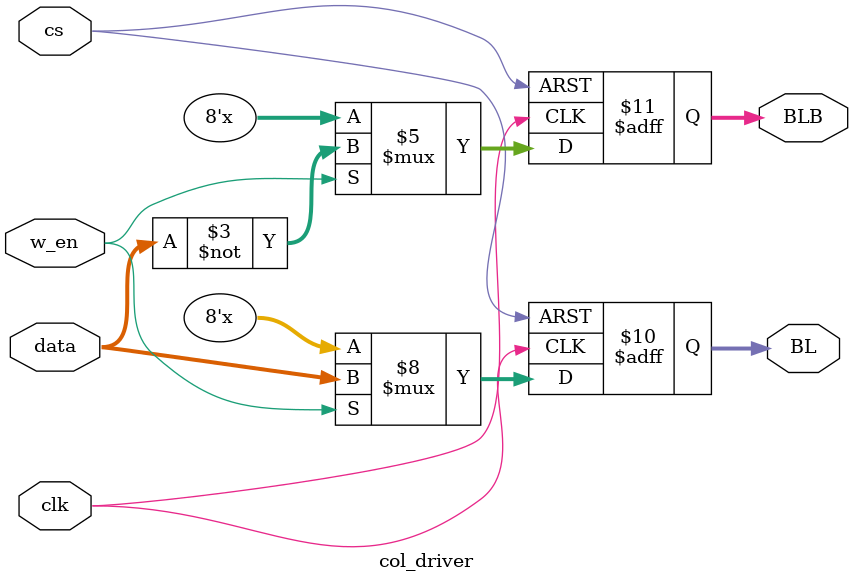
<source format=v>
module col_driver (
	input            clk,
	input            cs,
	input            w_en,
	input      [7:0] data,
	output reg [7:0] BL,
	output reg [7:0] BLB
 );
	always@(posedge clk or negedge cs) begin
		if (!cs) begin
			BL  <= 8'bzzzzzzzz;
			BLB <= 8'bzzzzzzzz;
		end
		else if (w_en) begin
			BL  <= data;
			BLB <= ~data;
		end
		else begin
			BL  <= 8'bzzzzzzzz;
			BLB <= 8'bzzzzzzzz;
		end
	end
endmodule

</source>
